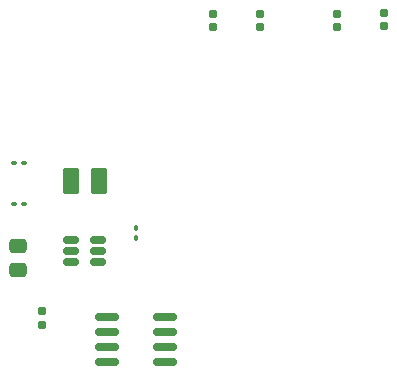
<source format=gbr>
%TF.GenerationSoftware,KiCad,Pcbnew,9.0.5*%
%TF.CreationDate,2025-10-11T13:35:54-04:00*%
%TF.ProjectId,EGR 101,45475220-3130-4312-9e6b-696361645f70,rev?*%
%TF.SameCoordinates,Original*%
%TF.FileFunction,Paste,Top*%
%TF.FilePolarity,Positive*%
%FSLAX46Y46*%
G04 Gerber Fmt 4.6, Leading zero omitted, Abs format (unit mm)*
G04 Created by KiCad (PCBNEW 9.0.5) date 2025-10-11 13:35:54*
%MOMM*%
%LPD*%
G01*
G04 APERTURE LIST*
G04 Aperture macros list*
%AMRoundRect*
0 Rectangle with rounded corners*
0 $1 Rounding radius*
0 $2 $3 $4 $5 $6 $7 $8 $9 X,Y pos of 4 corners*
0 Add a 4 corners polygon primitive as box body*
4,1,4,$2,$3,$4,$5,$6,$7,$8,$9,$2,$3,0*
0 Add four circle primitives for the rounded corners*
1,1,$1+$1,$2,$3*
1,1,$1+$1,$4,$5*
1,1,$1+$1,$6,$7*
1,1,$1+$1,$8,$9*
0 Add four rect primitives between the rounded corners*
20,1,$1+$1,$2,$3,$4,$5,0*
20,1,$1+$1,$4,$5,$6,$7,0*
20,1,$1+$1,$6,$7,$8,$9,0*
20,1,$1+$1,$8,$9,$2,$3,0*%
G04 Aperture macros list end*
%ADD10RoundRect,0.160000X-0.160000X0.197500X-0.160000X-0.197500X0.160000X-0.197500X0.160000X0.197500X0*%
%ADD11RoundRect,0.150000X0.825000X0.150000X-0.825000X0.150000X-0.825000X-0.150000X0.825000X-0.150000X0*%
%ADD12RoundRect,0.090000X0.139000X0.090000X-0.139000X0.090000X-0.139000X-0.090000X0.139000X-0.090000X0*%
%ADD13RoundRect,0.150000X-0.512500X-0.150000X0.512500X-0.150000X0.512500X0.150000X-0.512500X0.150000X0*%
%ADD14RoundRect,0.155000X-0.155000X0.212500X-0.155000X-0.212500X0.155000X-0.212500X0.155000X0.212500X0*%
%ADD15RoundRect,0.250001X0.462499X0.849999X-0.462499X0.849999X-0.462499X-0.849999X0.462499X-0.849999X0*%
%ADD16RoundRect,0.090000X-0.090000X0.139000X-0.090000X-0.139000X0.090000X-0.139000X0.090000X0.139000X0*%
%ADD17RoundRect,0.250000X-0.475000X0.337500X-0.475000X-0.337500X0.475000X-0.337500X0.475000X0.337500X0*%
G04 APERTURE END LIST*
D10*
%TO.C,R3*%
X163500000Y-95195000D03*
X163500000Y-94000000D03*
%TD*%
D11*
%TO.C,U1*%
X169000000Y-98310000D03*
X169000000Y-97040000D03*
X169000000Y-95770000D03*
X169000000Y-94500000D03*
X173950000Y-94500000D03*
X173950000Y-95770000D03*
X173950000Y-97040000D03*
X173950000Y-98310000D03*
%TD*%
D12*
%TO.C,C4*%
X162025000Y-81500000D03*
X161160000Y-81500000D03*
%TD*%
%TO.C,C5*%
X162025000Y-85000000D03*
X161160000Y-85000000D03*
%TD*%
D13*
%TO.C,U2*%
X166000000Y-88000000D03*
X166000000Y-88950000D03*
X166000000Y-89900000D03*
X168275000Y-89900000D03*
X168275000Y-88950000D03*
X168275000Y-88000000D03*
%TD*%
D14*
%TO.C,R8*%
X192500000Y-68797500D03*
X192500000Y-69932500D03*
%TD*%
%TO.C,R6*%
X178000000Y-68865000D03*
X178000000Y-70000000D03*
%TD*%
%TO.C,R5*%
X182000000Y-68865000D03*
X182000000Y-70000000D03*
%TD*%
%TO.C,R4*%
X188500000Y-68865000D03*
X188500000Y-70000000D03*
%TD*%
D15*
%TO.C,L1*%
X168325000Y-83000000D03*
X166000000Y-83000000D03*
%TD*%
D16*
%TO.C,C3*%
X171500000Y-86975000D03*
X171500000Y-87840000D03*
%TD*%
D17*
%TO.C,C1*%
X161500000Y-88500000D03*
X161500000Y-90575000D03*
%TD*%
M02*

</source>
